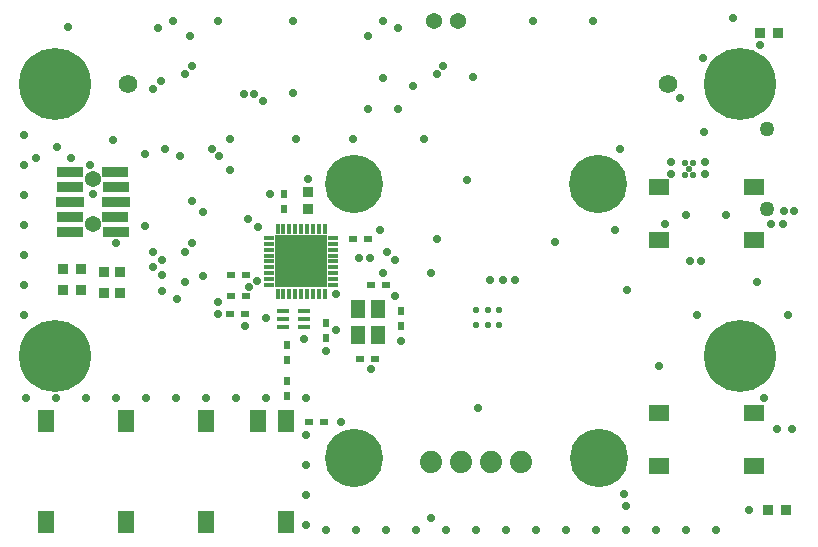
<source format=gbs>
*%FSLAX23Y23*%
*%MOIN*%
G01*
%ADD11C,0.000*%
%ADD12C,0.001*%
%ADD13C,0.002*%
%ADD14C,0.006*%
%ADD15C,0.007*%
%ADD16C,0.007*%
%ADD17C,0.008*%
%ADD18C,0.010*%
%ADD19C,0.012*%
%ADD20C,0.015*%
%ADD21C,0.018*%
%ADD22C,0.022*%
%ADD23C,0.024*%
%ADD24C,0.025*%
%ADD25C,0.029*%
%ADD26C,0.031*%
%ADD27C,0.031*%
%ADD28C,0.035*%
%ADD29C,0.035*%
%ADD30C,0.039*%
%ADD31C,0.039*%
%ADD32C,0.046*%
%ADD33C,0.047*%
%ADD34C,0.050*%
%ADD35C,0.051*%
%ADD36C,0.051*%
%ADD37C,0.054*%
%ADD38C,0.055*%
%ADD39C,0.058*%
%ADD40C,0.059*%
%ADD41C,0.059*%
%ADD42C,0.062*%
%ADD43C,0.067*%
%ADD44C,0.070*%
%ADD45C,0.074*%
%ADD46C,0.100*%
%ADD47C,0.108*%
%ADD48C,0.108*%
%ADD49C,0.120*%
%ADD50C,0.128*%
%ADD51C,0.128*%
%ADD52C,0.190*%
%ADD53C,0.194*%
%ADD54C,0.236*%
%ADD55C,0.240*%
%ADD56R,0.011X0.030*%
%ADD57R,0.012X0.030*%
%ADD58R,0.012X0.057*%
%ADD59R,0.014X0.033*%
%ADD60R,0.015X0.034*%
%ADD61R,0.016X0.034*%
%ADD62R,0.016X0.061*%
%ADD63R,0.018X0.037*%
%ADD64R,0.020X0.025*%
%ADD65R,0.021X0.021*%
%ADD66R,0.024X0.029*%
%ADD67R,0.025X0.020*%
%ADD68R,0.029X0.024*%
%ADD69R,0.030X0.011*%
%ADD70R,0.030X0.030*%
%ADD71R,0.031X0.031*%
%ADD72R,0.033X0.014*%
%ADD73R,0.034X0.015*%
%ADD74R,0.034X0.034*%
%ADD75R,0.035X0.035*%
%ADD76R,0.037X0.014*%
%ADD77R,0.037X0.018*%
%ADD78R,0.039X0.055*%
%ADD79R,0.039X0.014*%
%ADD80R,0.040X0.083*%
%ADD81R,0.041X0.018*%
%ADD82R,0.043X0.059*%
%ADD83R,0.043X0.018*%
%ADD84R,0.044X0.087*%
%ADD85R,0.047X0.055*%
%ADD86R,0.050X0.060*%
%ADD87R,0.051X0.071*%
%ADD88R,0.051X0.059*%
%ADD89R,0.054X0.064*%
%ADD90R,0.055X0.039*%
%ADD91R,0.055X0.075*%
%ADD92R,0.057X0.067*%
%ADD93R,0.059X0.043*%
%ADD94R,0.060X0.060*%
%ADD95R,0.061X0.024*%
%ADD96R,0.061X0.051*%
%ADD97R,0.061X0.071*%
%ADD98R,0.063X0.039*%
%ADD99R,0.063X0.126*%
%ADD100R,0.064X0.064*%
%ADD101R,0.065X0.028*%
%ADD102R,0.065X0.055*%
%ADD103R,0.067X0.043*%
%ADD104R,0.067X0.130*%
%ADD105R,0.085X0.030*%
%ADD106R,0.089X0.034*%
%ADD107R,0.094X0.030*%
%ADD108R,0.098X0.070*%
%ADD109R,0.098X0.034*%
%ADD110R,0.102X0.074*%
%ADD111R,0.104X0.104*%
%ADD112R,0.108X0.108*%
%ADD113R,0.134X0.059*%
%ADD114R,0.138X0.039*%
%ADD115R,0.138X0.063*%
%ADD116R,0.142X0.043*%
%ADD117R,0.169X0.169*%
%ADD118R,0.173X0.173*%
%ADD119R,0.250X0.250*%
D22*
X10792Y8234D02*
D03*
Y8274D02*
D03*
X10806Y8254D02*
D03*
X10821Y8234D02*
D03*
Y8274D02*
D03*
X10172Y7784D02*
D03*
Y7734D02*
D03*
X10137Y7784D02*
D03*
Y7734D02*
D03*
X10097Y7784D02*
D03*
Y7734D02*
D03*
D25*
X11157Y8114D02*
D03*
X11151Y7388D02*
D03*
X10952Y8759D02*
D03*
X11042Y8669D02*
D03*
X11122Y8114D02*
D03*
X11032Y7879D02*
D03*
X11136Y7768D02*
D03*
X11101Y7388D02*
D03*
X11121Y8073D02*
D03*
X11081D02*
D03*
X11006Y7118D02*
D03*
X11056Y7493D02*
D03*
X10852Y8624D02*
D03*
X10931Y8103D02*
D03*
X10861Y8238D02*
D03*
Y8278D02*
D03*
X10856Y8378D02*
D03*
X10776Y8493D02*
D03*
X10796Y8103D02*
D03*
X10832Y7769D02*
D03*
X10896Y7053D02*
D03*
X10796D02*
D03*
X10811Y7948D02*
D03*
X10846D02*
D03*
X10746Y8278D02*
D03*
Y8238D02*
D03*
X10576Y8323D02*
D03*
X10696Y7053D02*
D03*
X10596D02*
D03*
X10706Y7598D02*
D03*
X10726Y8073D02*
D03*
X10601Y7853D02*
D03*
X10561Y8053D02*
D03*
X10596Y7133D02*
D03*
X10591Y7173D02*
D03*
X10486Y8748D02*
D03*
X10496Y7053D02*
D03*
X10396D02*
D03*
X10361Y8013D02*
D03*
X10286Y8748D02*
D03*
X10296Y7053D02*
D03*
X10196D02*
D03*
X10187Y7884D02*
D03*
X10227D02*
D03*
X10086Y8563D02*
D03*
X10066Y8218D02*
D03*
X9986Y8598D02*
D03*
X10096Y7053D02*
D03*
X9996D02*
D03*
X10142Y7884D02*
D03*
X10102Y7459D02*
D03*
X9966Y8573D02*
D03*
X9786Y8748D02*
D03*
X9886Y8533D02*
D03*
X9786Y8558D02*
D03*
X9922Y8354D02*
D03*
X9837Y8454D02*
D03*
Y8724D02*
D03*
X9896Y7053D02*
D03*
X9796D02*
D03*
X9946Y7093D02*
D03*
Y7908D02*
D03*
X9966Y8023D02*
D03*
X9826Y7833D02*
D03*
X9846Y7683D02*
D03*
X9776Y8053D02*
D03*
X9786Y7908D02*
D03*
X9826Y7953D02*
D03*
X9801Y7978D02*
D03*
X9687Y8354D02*
D03*
X9737Y8454D02*
D03*
Y8699D02*
D03*
X9696Y7053D02*
D03*
X9596D02*
D03*
X9746Y7588D02*
D03*
X9596Y7648D02*
D03*
X9631Y7718D02*
D03*
Y7838D02*
D03*
X9646Y7413D02*
D03*
X9707Y7959D02*
D03*
X9742D02*
D03*
X9536Y8223D02*
D03*
X9386Y8483D02*
D03*
X9486Y8508D02*
D03*
X9411Y8173D02*
D03*
X9486Y8748D02*
D03*
X9497Y8354D02*
D03*
X9531Y7493D02*
D03*
Y7068D02*
D03*
Y7168D02*
D03*
Y7268D02*
D03*
Y7368D02*
D03*
X9396Y7493D02*
D03*
X9516Y7943D02*
D03*
X9566Y7888D02*
D03*
Y7943D02*
D03*
Y8003D02*
D03*
X9516Y7888D02*
D03*
Y8003D02*
D03*
X9396Y7758D02*
D03*
X9466Y7888D02*
D03*
Y7943D02*
D03*
Y8003D02*
D03*
X9522Y7689D02*
D03*
X9241Y8298D02*
D03*
X9276Y8253D02*
D03*
X9216Y8323D02*
D03*
X9236Y8748D02*
D03*
X9186Y8113D02*
D03*
X9277Y8354D02*
D03*
X9322Y8504D02*
D03*
X9357D02*
D03*
X9296Y7493D02*
D03*
X9196D02*
D03*
X9326Y7733D02*
D03*
X9366Y7883D02*
D03*
X9341Y7863D02*
D03*
X9336Y8088D02*
D03*
X9371Y8063D02*
D03*
X9236Y7813D02*
D03*
Y7773D02*
D03*
X9186Y7898D02*
D03*
X9151Y8598D02*
D03*
X9126Y8573D02*
D03*
X9151Y8148D02*
D03*
X9111Y8298D02*
D03*
X9061Y8323D02*
D03*
X9046Y8548D02*
D03*
X9086Y8748D02*
D03*
X9021Y8523D02*
D03*
X9142Y8699D02*
D03*
X9037Y8724D02*
D03*
X8992Y8304D02*
D03*
X9096Y7493D02*
D03*
X8996D02*
D03*
X9151Y8008D02*
D03*
X9126Y7978D02*
D03*
Y7878D02*
D03*
X9101Y7823D02*
D03*
X9051Y7848D02*
D03*
X9021Y7928D02*
D03*
Y7978D02*
D03*
X9051Y7903D02*
D03*
Y7953D02*
D03*
X8992Y8064D02*
D03*
X8886Y8353D02*
D03*
X8896Y7493D02*
D03*
Y8008D02*
D03*
X8811Y8268D02*
D03*
X8821Y8173D02*
D03*
X8796Y7493D02*
D03*
X8746Y8293D02*
D03*
X8736Y8728D02*
D03*
X8631Y8293D02*
D03*
X8701Y8328D02*
D03*
X8696Y7493D02*
D03*
X8591Y8368D02*
D03*
Y8268D02*
D03*
Y8168D02*
D03*
Y8068D02*
D03*
Y7968D02*
D03*
Y7868D02*
D03*
Y7768D02*
D03*
X8596Y7493D02*
D03*
D34*
X11066Y8389D02*
D03*
X11066Y8121D02*
D03*
D37*
X8819Y8221D02*
D03*
X8819Y8071D02*
D03*
X10036Y8748D02*
D03*
X9957D02*
D03*
D42*
X10736Y8538D02*
D03*
X8936Y8538D02*
D03*
D45*
X9946Y7278D02*
D03*
X10046D02*
D03*
X10146D02*
D03*
X10246D02*
D03*
D53*
X10505Y8205D02*
D03*
X10506Y7293D02*
D03*
X9690Y8205D02*
D03*
Y7292D02*
D03*
D55*
X10978Y8538D02*
D03*
X10978Y7633D02*
D03*
X8695Y8538D02*
D03*
Y7633D02*
D03*
D60*
X9436Y7840D02*
D03*
X9455D02*
D03*
X9475D02*
D03*
X9495D02*
D03*
X9514D02*
D03*
X9534D02*
D03*
X9554D02*
D03*
Y8054D02*
D03*
X9534D02*
D03*
X9514D02*
D03*
X9495D02*
D03*
X9475D02*
D03*
X9455D02*
D03*
X9436D02*
D03*
X9573Y7840D02*
D03*
X9593D02*
D03*
Y8054D02*
D03*
X9573D02*
D03*
D66*
X9456Y8123D02*
D03*
Y8173D02*
D03*
X9846Y7733D02*
D03*
Y7783D02*
D03*
X9596Y7743D02*
D03*
Y7693D02*
D03*
X9466Y7498D02*
D03*
Y7548D02*
D03*
Y7618D02*
D03*
Y7668D02*
D03*
D68*
X9738Y8023D02*
D03*
X9688D02*
D03*
X9796Y7868D02*
D03*
X9746D02*
D03*
X9711Y7623D02*
D03*
X9761D02*
D03*
X9541Y7413D02*
D03*
X9591D02*
D03*
X9278Y7773D02*
D03*
X9328D02*
D03*
X9331Y7833D02*
D03*
X9281D02*
D03*
X9331Y7903D02*
D03*
X9281D02*
D03*
D73*
X9407Y7907D02*
D03*
Y7927D02*
D03*
Y7947D02*
D03*
Y7966D02*
D03*
Y7986D02*
D03*
Y8006D02*
D03*
Y8025D02*
D03*
X9621Y7907D02*
D03*
Y7927D02*
D03*
Y7947D02*
D03*
Y7966D02*
D03*
Y7986D02*
D03*
Y8006D02*
D03*
Y8025D02*
D03*
X9407Y7888D02*
D03*
Y7868D02*
D03*
X9621D02*
D03*
Y7888D02*
D03*
D74*
X9536Y8178D02*
D03*
Y8123D02*
D03*
X8856Y7843D02*
D03*
X8911D02*
D03*
X8856Y7913D02*
D03*
X8911D02*
D03*
D75*
X11131Y7118D02*
D03*
X11071D02*
D03*
X11102Y8709D02*
D03*
X11042D02*
D03*
X8721Y7923D02*
D03*
X8781D02*
D03*
X8721Y7853D02*
D03*
X8781D02*
D03*
D83*
X9524Y7730D02*
D03*
Y7756D02*
D03*
Y7781D02*
D03*
X9453D02*
D03*
Y7756D02*
D03*
Y7730D02*
D03*
D88*
X9770Y7703D02*
D03*
X9703D02*
D03*
X9770Y7790D02*
D03*
X9703D02*
D03*
D91*
X9465Y7416D02*
D03*
X9370D02*
D03*
X9197D02*
D03*
X8929D02*
D03*
X8662D02*
D03*
Y7077D02*
D03*
X8929D02*
D03*
X9197D02*
D03*
X9465D02*
D03*
D102*
X11022Y7441D02*
D03*
X10707D02*
D03*
X11022Y7264D02*
D03*
X10707D02*
D03*
X11022Y8196D02*
D03*
X10707D02*
D03*
X11022Y8019D02*
D03*
X10707D02*
D03*
D106*
X8896Y8046D02*
D03*
X8895Y8096D02*
D03*
X8742Y8046D02*
D03*
Y8096D02*
D03*
X8896Y8196D02*
D03*
X8895Y8246D02*
D03*
X8742Y8196D02*
D03*
Y8246D02*
D03*
D109*
X8896Y8146D02*
D03*
X8742D02*
D03*
D118*
X9514Y7947D02*
D03*
M02*

</source>
